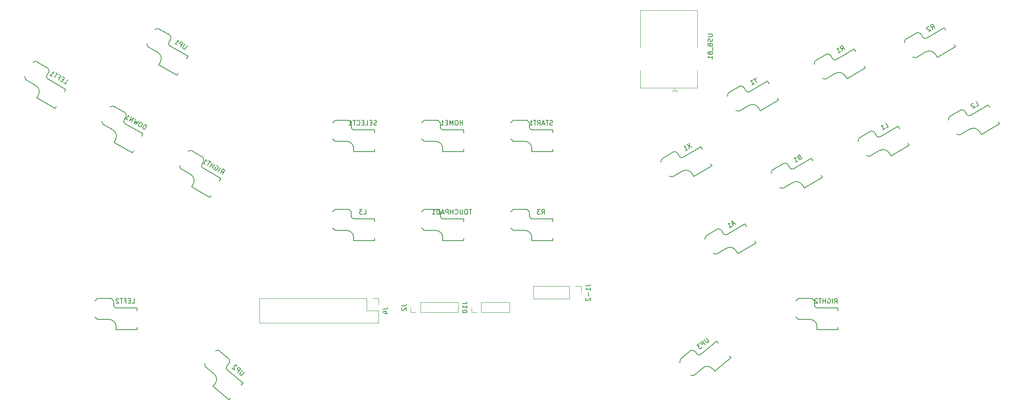
<source format=gbr>
%TF.GenerationSoftware,KiCad,Pcbnew,(5.1.10)-1*%
%TF.CreationDate,2021-10-08T21:35:03-04:00*%
%TF.ProjectId,mino_board,6d696e6f-5f62-46f6-9172-642e6b696361,rev?*%
%TF.SameCoordinates,Original*%
%TF.FileFunction,Legend,Bot*%
%TF.FilePolarity,Positive*%
%FSLAX46Y46*%
G04 Gerber Fmt 4.6, Leading zero omitted, Abs format (unit mm)*
G04 Created by KiCad (PCBNEW (5.1.10)-1) date 2021-10-08 21:35:03*
%MOMM*%
%LPD*%
G01*
G04 APERTURE LIST*
%ADD10C,0.150000*%
%ADD11C,0.120000*%
G04 APERTURE END LIST*
D10*
%TO.C,L2*%
X263305064Y-90748244D02*
X263655064Y-91354462D01*
X263655064Y-91354462D02*
X267552178Y-89104462D01*
X259439038Y-86052092D02*
X260122051Y-86235104D01*
X260622051Y-87101130D02*
X260122051Y-86235104D01*
X265202178Y-85034142D02*
X261305064Y-87284142D01*
X258407949Y-91266193D02*
X259090962Y-91449206D01*
X265502178Y-85553758D02*
X265202178Y-85034142D01*
X259090962Y-91449206D02*
X261256025Y-90199206D01*
X256657949Y-88235104D02*
X256840962Y-87552092D01*
X256840962Y-87552092D02*
X259439038Y-86052092D01*
X267552178Y-89104462D02*
X267302178Y-88671449D01*
X261305064Y-87284143D02*
G75*
G02*
X260622051Y-87101130I-250000J433013D01*
G01*
X261256025Y-90199205D02*
G75*
G02*
X263305064Y-90748244I750000J-1299039D01*
G01*
D11*
%TO.C,USB_B1*%
X197620000Y-82060000D02*
X198120000Y-81560000D01*
X198620000Y-82060000D02*
X197620000Y-82060000D01*
X198120000Y-81560000D02*
X198620000Y-82060000D01*
X190760000Y-64740000D02*
X190760000Y-72710000D01*
X202980000Y-64740000D02*
X202980000Y-72710000D01*
X190760000Y-64740000D02*
X202980000Y-64740000D01*
X202980000Y-81360000D02*
X202980000Y-77610000D01*
X190760000Y-81360000D02*
X190760000Y-77610000D01*
X190760000Y-81360000D02*
X202980000Y-81360000D01*
D10*
%TO.C,R2*%
X253907064Y-74247944D02*
X254257064Y-74854162D01*
X254257064Y-74854162D02*
X258154178Y-72604162D01*
X250041038Y-69551792D02*
X250724051Y-69734804D01*
X251224051Y-70600830D02*
X250724051Y-69734804D01*
X255804178Y-68533842D02*
X251907064Y-70783842D01*
X249009949Y-74765893D02*
X249692962Y-74948906D01*
X256104178Y-69053458D02*
X255804178Y-68533842D01*
X249692962Y-74948906D02*
X251858025Y-73698906D01*
X247259949Y-71734804D02*
X247442962Y-71051792D01*
X247442962Y-71051792D02*
X250041038Y-69551792D01*
X258154178Y-72604162D02*
X257904178Y-72171149D01*
X251907064Y-70783843D02*
G75*
G02*
X251224051Y-70600830I-250000J433013D01*
G01*
X251858025Y-73698905D02*
G75*
G02*
X253907064Y-74247944I750000J-1299039D01*
G01*
%TO.C,LEFT1*%
X62066064Y-82910744D02*
X61716064Y-83516962D01*
X61716064Y-83516962D02*
X65613178Y-85766962D01*
X64200038Y-77214592D02*
X64383051Y-77897604D01*
X63883051Y-78763630D02*
X64383051Y-77897604D01*
X67963178Y-81696642D02*
X64066064Y-79446642D01*
X59168949Y-78928693D02*
X59351962Y-79611706D01*
X67663178Y-82216258D02*
X67963178Y-81696642D01*
X59351962Y-79611706D02*
X61517025Y-80861706D01*
X60918949Y-75897604D02*
X61601962Y-75714592D01*
X61601962Y-75714592D02*
X64200038Y-77214592D01*
X65613178Y-85766962D02*
X65863178Y-85333949D01*
X64066064Y-79446643D02*
G75*
G02*
X63883051Y-78763630I250000J433013D01*
G01*
X61517025Y-80861705D02*
G75*
G02*
X62066064Y-82910744I-750000J-1299039D01*
G01*
%TO.C,DOWN1*%
X78576064Y-92440644D02*
X78226064Y-93046862D01*
X78226064Y-93046862D02*
X82123178Y-95296862D01*
X80710038Y-86744492D02*
X80893051Y-87427504D01*
X80393051Y-88293530D02*
X80893051Y-87427504D01*
X84473178Y-91226542D02*
X80576064Y-88976542D01*
X75678949Y-88458593D02*
X75861962Y-89141606D01*
X84173178Y-91746158D02*
X84473178Y-91226542D01*
X75861962Y-89141606D02*
X78027025Y-90391606D01*
X77428949Y-85427504D02*
X78111962Y-85244492D01*
X78111962Y-85244492D02*
X80710038Y-86744492D01*
X82123178Y-95296862D02*
X82373178Y-94863849D01*
X80576064Y-88976543D02*
G75*
G02*
X80393051Y-88293530I250000J433013D01*
G01*
X78027025Y-90391605D02*
G75*
G02*
X78576064Y-92440644I-750000J-1299039D01*
G01*
%TO.C,RIGHT1*%
X95203264Y-101965744D02*
X94853264Y-102571962D01*
X94853264Y-102571962D02*
X98750378Y-104821962D01*
X97337238Y-96269592D02*
X97520251Y-96952604D01*
X97020251Y-97818630D02*
X97520251Y-96952604D01*
X101100378Y-100751642D02*
X97203264Y-98501642D01*
X92306149Y-97983693D02*
X92489162Y-98666706D01*
X100800378Y-101271258D02*
X101100378Y-100751642D01*
X92489162Y-98666706D02*
X94654225Y-99916706D01*
X94056149Y-94952604D02*
X94739162Y-94769592D01*
X94739162Y-94769592D02*
X97337238Y-96269592D01*
X98750378Y-104821962D02*
X99000378Y-104388949D01*
X97203264Y-98501643D02*
G75*
G02*
X97020251Y-97818630I250000J433013D01*
G01*
X94654225Y-99916705D02*
G75*
G02*
X95203264Y-101965744I-750000J-1299039D01*
G01*
%TO.C,UP1*%
X91711078Y-78698962D02*
X91961078Y-78265949D01*
X87699862Y-68646592D02*
X90297938Y-70146592D01*
X87016849Y-68829604D02*
X87699862Y-68646592D01*
X85449862Y-72543706D02*
X87614925Y-73793706D01*
X93761078Y-75148258D02*
X94061078Y-74628642D01*
X85266849Y-71860693D02*
X85449862Y-72543706D01*
X94061078Y-74628642D02*
X90163964Y-72378642D01*
X89980951Y-71695630D02*
X90480951Y-70829604D01*
X90297938Y-70146592D02*
X90480951Y-70829604D01*
X87813964Y-76448962D02*
X91711078Y-78698962D01*
X88163964Y-75842744D02*
X87813964Y-76448962D01*
X87614925Y-73793705D02*
G75*
G02*
X88163964Y-75842744I-750000J-1299039D01*
G01*
X90163964Y-72378643D02*
G75*
G02*
X89980951Y-71695630I250000J433013D01*
G01*
%TO.C,UP3*%
X210138130Y-139131420D02*
X209816736Y-138748398D01*
X199320075Y-139462617D02*
X201618208Y-137534254D01*
X199258447Y-140167033D02*
X199320075Y-139462617D01*
X202212619Y-142909817D02*
X204127730Y-141302848D01*
X207502700Y-135990638D02*
X207117028Y-135531011D01*
X201508203Y-142848189D02*
X202212619Y-142909817D01*
X207117028Y-135531011D02*
X203669828Y-138423555D01*
X202965412Y-138361927D02*
X202322624Y-137595883D01*
X201618208Y-137534254D02*
X202322624Y-137595883D01*
X206690930Y-142023964D02*
X210138130Y-139131420D01*
X206240978Y-141487733D02*
X206690930Y-142023964D01*
X204127730Y-141302849D02*
G75*
G02*
X206240978Y-141487733I964182J-1149066D01*
G01*
X203669828Y-138423555D02*
G75*
G02*
X202965412Y-138361927I-321394J383022D01*
G01*
%TO.C,HOME1*%
X148550000Y-94320000D02*
X148550000Y-95020000D01*
X148550000Y-95020000D02*
X153050000Y-95020000D01*
X147550000Y-88320000D02*
X148050000Y-88820000D01*
X148050000Y-89820000D02*
X148050000Y-88820000D01*
X153050000Y-90320000D02*
X148550000Y-90320000D01*
X144050000Y-92320000D02*
X144550000Y-92820000D01*
X153050000Y-90920000D02*
X153050000Y-90320000D01*
X144550000Y-92820000D02*
X147050000Y-92820000D01*
X144050000Y-88820000D02*
X144550000Y-88320000D01*
X144550000Y-88320000D02*
X147550000Y-88320000D01*
X153050000Y-95020000D02*
X153050000Y-94520000D01*
X148550000Y-90320000D02*
G75*
G02*
X148050000Y-89820000I0J500000D01*
G01*
X147050000Y-92820000D02*
G75*
G02*
X148550000Y-94320000I0J-1500000D01*
G01*
%TO.C,R3*%
X167600000Y-113370000D02*
X167600000Y-114070000D01*
X167600000Y-114070000D02*
X172100000Y-114070000D01*
X166600000Y-107370000D02*
X167100000Y-107870000D01*
X167100000Y-108870000D02*
X167100000Y-107870000D01*
X172100000Y-109370000D02*
X167600000Y-109370000D01*
X163100000Y-111370000D02*
X163600000Y-111870000D01*
X172100000Y-109970000D02*
X172100000Y-109370000D01*
X163600000Y-111870000D02*
X166100000Y-111870000D01*
X163100000Y-107870000D02*
X163600000Y-107370000D01*
X163600000Y-107370000D02*
X166600000Y-107370000D01*
X172100000Y-114070000D02*
X172100000Y-113570000D01*
X167600000Y-109370000D02*
G75*
G02*
X167100000Y-108870000I0J500000D01*
G01*
X166100000Y-111870000D02*
G75*
G02*
X167600000Y-113370000I0J-1500000D01*
G01*
%TO.C,L3*%
X129500000Y-113370000D02*
X129500000Y-114070000D01*
X129500000Y-114070000D02*
X134000000Y-114070000D01*
X128500000Y-107370000D02*
X129000000Y-107870000D01*
X129000000Y-108870000D02*
X129000000Y-107870000D01*
X134000000Y-109370000D02*
X129500000Y-109370000D01*
X125000000Y-111370000D02*
X125500000Y-111870000D01*
X134000000Y-109970000D02*
X134000000Y-109370000D01*
X125500000Y-111870000D02*
X128000000Y-111870000D01*
X125000000Y-107870000D02*
X125500000Y-107370000D01*
X125500000Y-107370000D02*
X128500000Y-107370000D01*
X134000000Y-114070000D02*
X134000000Y-113570000D01*
X129500000Y-109370000D02*
G75*
G02*
X129000000Y-108870000I0J500000D01*
G01*
X128000000Y-111870000D02*
G75*
G02*
X129500000Y-113370000I0J-1500000D01*
G01*
%TO.C,START1*%
X172100000Y-95020000D02*
X172100000Y-94520000D01*
X163600000Y-88320000D02*
X166600000Y-88320000D01*
X163100000Y-88820000D02*
X163600000Y-88320000D01*
X163600000Y-92820000D02*
X166100000Y-92820000D01*
X172100000Y-90920000D02*
X172100000Y-90320000D01*
X163100000Y-92320000D02*
X163600000Y-92820000D01*
X172100000Y-90320000D02*
X167600000Y-90320000D01*
X167100000Y-89820000D02*
X167100000Y-88820000D01*
X166600000Y-88320000D02*
X167100000Y-88820000D01*
X167600000Y-95020000D02*
X172100000Y-95020000D01*
X167600000Y-94320000D02*
X167600000Y-95020000D01*
X166100000Y-92820000D02*
G75*
G02*
X167600000Y-94320000I0J-1500000D01*
G01*
X167600000Y-90320000D02*
G75*
G02*
X167100000Y-89820000I0J500000D01*
G01*
%TO.C,RIGHT2*%
X228560000Y-132420000D02*
X228560000Y-133120000D01*
X228560000Y-133120000D02*
X233060000Y-133120000D01*
X227560000Y-126420000D02*
X228060000Y-126920000D01*
X228060000Y-127920000D02*
X228060000Y-126920000D01*
X233060000Y-128420000D02*
X228560000Y-128420000D01*
X224060000Y-130420000D02*
X224560000Y-130920000D01*
X233060000Y-129020000D02*
X233060000Y-128420000D01*
X224560000Y-130920000D02*
X227060000Y-130920000D01*
X224060000Y-126920000D02*
X224560000Y-126420000D01*
X224560000Y-126420000D02*
X227560000Y-126420000D01*
X233060000Y-133120000D02*
X233060000Y-132620000D01*
X228560000Y-128420000D02*
G75*
G02*
X228060000Y-127920000I0J500000D01*
G01*
X227060000Y-130920000D02*
G75*
G02*
X228560000Y-132420000I0J-1500000D01*
G01*
%TO.C,SELECT1*%
X134000000Y-95020000D02*
X134000000Y-94520000D01*
X125500000Y-88320000D02*
X128500000Y-88320000D01*
X125000000Y-88820000D02*
X125500000Y-88320000D01*
X125500000Y-92820000D02*
X128000000Y-92820000D01*
X134000000Y-90920000D02*
X134000000Y-90320000D01*
X125000000Y-92320000D02*
X125500000Y-92820000D01*
X134000000Y-90320000D02*
X129500000Y-90320000D01*
X129000000Y-89820000D02*
X129000000Y-88820000D01*
X128500000Y-88320000D02*
X129000000Y-88820000D01*
X129500000Y-95020000D02*
X134000000Y-95020000D01*
X129500000Y-94320000D02*
X129500000Y-95020000D01*
X128000000Y-92820000D02*
G75*
G02*
X129500000Y-94320000I0J-1500000D01*
G01*
X129500000Y-90320000D02*
G75*
G02*
X129000000Y-89820000I0J500000D01*
G01*
%TO.C,LEFT2*%
X83200000Y-133120000D02*
X83200000Y-132620000D01*
X74700000Y-126420000D02*
X77700000Y-126420000D01*
X74200000Y-126920000D02*
X74700000Y-126420000D01*
X74700000Y-130920000D02*
X77200000Y-130920000D01*
X83200000Y-129020000D02*
X83200000Y-128420000D01*
X74200000Y-130420000D02*
X74700000Y-130920000D01*
X83200000Y-128420000D02*
X78700000Y-128420000D01*
X78200000Y-127920000D02*
X78200000Y-126920000D01*
X77700000Y-126420000D02*
X78200000Y-126920000D01*
X78700000Y-133120000D02*
X83200000Y-133120000D01*
X78700000Y-132420000D02*
X78700000Y-133120000D01*
X77200000Y-130920000D02*
G75*
G02*
X78700000Y-132420000I0J-1500000D01*
G01*
X78700000Y-128420000D02*
G75*
G02*
X78200000Y-127920000I0J500000D01*
G01*
%TO.C,UP2*%
X99849244Y-144701671D02*
X99399293Y-145237902D01*
X99399293Y-145237902D02*
X102846493Y-148130447D01*
X102939925Y-139462617D02*
X103001553Y-140167033D01*
X102358766Y-140933077D02*
X103001553Y-140167033D01*
X105867594Y-144530038D02*
X102420394Y-141637493D01*
X97687619Y-140277038D02*
X97749247Y-140981454D01*
X105481922Y-144989664D02*
X105867594Y-144530038D01*
X97749247Y-140981454D02*
X99664359Y-142588423D01*
X99937376Y-137595883D02*
X100641792Y-137534254D01*
X100641792Y-137534254D02*
X102939925Y-139462617D01*
X102846493Y-148130447D02*
X103167886Y-147747424D01*
X102420394Y-141637493D02*
G75*
G02*
X102358766Y-140933077I321394J383022D01*
G01*
X99664358Y-142588423D02*
G75*
G02*
X99849244Y-144701671I-964181J-1149067D01*
G01*
%TO.C,L1*%
X244011064Y-95320244D02*
X244361064Y-95926462D01*
X244361064Y-95926462D02*
X248258178Y-93676462D01*
X240145038Y-90624092D02*
X240828051Y-90807104D01*
X241328051Y-91673130D02*
X240828051Y-90807104D01*
X245908178Y-89606142D02*
X242011064Y-91856142D01*
X239113949Y-95838193D02*
X239796962Y-96021206D01*
X246208178Y-90125758D02*
X245908178Y-89606142D01*
X239796962Y-96021206D02*
X241962025Y-94771206D01*
X237363949Y-92807104D02*
X237546962Y-92124092D01*
X237546962Y-92124092D02*
X240145038Y-90624092D01*
X248258178Y-93676462D02*
X248008178Y-93243449D01*
X242011064Y-91856143D02*
G75*
G02*
X241328051Y-91673130I-250000J433013D01*
G01*
X241962025Y-94771205D02*
G75*
G02*
X244011064Y-95320244I750000J-1299039D01*
G01*
%TO.C,Y1*%
X216081064Y-85677944D02*
X216431064Y-86284162D01*
X216431064Y-86284162D02*
X220328178Y-84034162D01*
X212215038Y-80981792D02*
X212898051Y-81164804D01*
X213398051Y-82030830D02*
X212898051Y-81164804D01*
X217978178Y-79963842D02*
X214081064Y-82213842D01*
X211183949Y-86195893D02*
X211866962Y-86378906D01*
X218278178Y-80483458D02*
X217978178Y-79963842D01*
X211866962Y-86378906D02*
X214032025Y-85128906D01*
X209433949Y-83164804D02*
X209616962Y-82481792D01*
X209616962Y-82481792D02*
X212215038Y-80981792D01*
X220328178Y-84034162D02*
X220078178Y-83601149D01*
X214081064Y-82213843D02*
G75*
G02*
X213398051Y-82030830I-250000J433013D01*
G01*
X214032025Y-85128905D02*
G75*
G02*
X216081064Y-85677944I750000J-1299039D01*
G01*
%TO.C,A1*%
X211265064Y-116229744D02*
X211615064Y-116835962D01*
X211615064Y-116835962D02*
X215512178Y-114585962D01*
X207399038Y-111533592D02*
X208082051Y-111716604D01*
X208582051Y-112582630D02*
X208082051Y-111716604D01*
X213162178Y-110515642D02*
X209265064Y-112765642D01*
X206367949Y-116747693D02*
X207050962Y-116930706D01*
X213462178Y-111035258D02*
X213162178Y-110515642D01*
X207050962Y-116930706D02*
X209216025Y-115680706D01*
X204617949Y-113716604D02*
X204800962Y-113033592D01*
X204800962Y-113033592D02*
X207399038Y-111533592D01*
X215512178Y-114585962D02*
X215262178Y-114152949D01*
X209265064Y-112765643D02*
G75*
G02*
X208582051Y-112582630I-250000J433013D01*
G01*
X209216025Y-115680705D02*
G75*
G02*
X211265064Y-116229744I750000J-1299039D01*
G01*
%TO.C,R1*%
X234613064Y-78819944D02*
X234963064Y-79426162D01*
X234963064Y-79426162D02*
X238860178Y-77176162D01*
X230747038Y-74123792D02*
X231430051Y-74306804D01*
X231930051Y-75172830D02*
X231430051Y-74306804D01*
X236510178Y-73105842D02*
X232613064Y-75355842D01*
X229715949Y-79337893D02*
X230398962Y-79520906D01*
X236810178Y-73625458D02*
X236510178Y-73105842D01*
X230398962Y-79520906D02*
X232564025Y-78270906D01*
X227965949Y-76306804D02*
X228148962Y-75623792D01*
X228148962Y-75623792D02*
X230747038Y-74123792D01*
X238860178Y-77176162D02*
X238610178Y-76743149D01*
X232613064Y-75355843D02*
G75*
G02*
X231930051Y-75172830I-250000J433013D01*
G01*
X232564025Y-78270905D02*
G75*
G02*
X234613064Y-78819944I750000J-1299039D01*
G01*
%TO.C,X1*%
X201867064Y-99729744D02*
X202217064Y-100335962D01*
X202217064Y-100335962D02*
X206114178Y-98085962D01*
X198001038Y-95033592D02*
X198684051Y-95216604D01*
X199184051Y-96082630D02*
X198684051Y-95216604D01*
X203764178Y-94015642D02*
X199867064Y-96265642D01*
X196969949Y-100247693D02*
X197652962Y-100430706D01*
X204064178Y-94535258D02*
X203764178Y-94015642D01*
X197652962Y-100430706D02*
X199818025Y-99180706D01*
X195219949Y-97216604D02*
X195402962Y-96533592D01*
X195402962Y-96533592D02*
X198001038Y-95033592D01*
X206114178Y-98085962D02*
X205864178Y-97652949D01*
X199867064Y-96265643D02*
G75*
G02*
X199184051Y-96082630I-250000J433013D01*
G01*
X199818025Y-99180705D02*
G75*
G02*
X201867064Y-99729744I750000J-1299039D01*
G01*
%TO.C,B1*%
X225479064Y-102178744D02*
X225829064Y-102784962D01*
X225829064Y-102784962D02*
X229726178Y-100534962D01*
X221613038Y-97482592D02*
X222296051Y-97665604D01*
X222796051Y-98531630D02*
X222296051Y-97665604D01*
X227376178Y-96464642D02*
X223479064Y-98714642D01*
X220581949Y-102696693D02*
X221264962Y-102879706D01*
X227676178Y-96984258D02*
X227376178Y-96464642D01*
X221264962Y-102879706D02*
X223430025Y-101629706D01*
X218831949Y-99665604D02*
X219014962Y-98982592D01*
X219014962Y-98982592D02*
X221613038Y-97482592D01*
X229726178Y-100534962D02*
X229476178Y-100101949D01*
X223479064Y-98714643D02*
G75*
G02*
X222796051Y-98531630I-250000J433013D01*
G01*
X223430025Y-101629705D02*
G75*
G02*
X225479064Y-102178744I750000J-1299039D01*
G01*
%TO.C,TOUCHPAD1*%
X153050000Y-114070000D02*
X153050000Y-113570000D01*
X144550000Y-107370000D02*
X147550000Y-107370000D01*
X144050000Y-107870000D02*
X144550000Y-107370000D01*
X144550000Y-111870000D02*
X147050000Y-111870000D01*
X153050000Y-109970000D02*
X153050000Y-109370000D01*
X144050000Y-111370000D02*
X144550000Y-111870000D01*
X153050000Y-109370000D02*
X148550000Y-109370000D01*
X148050000Y-108870000D02*
X148050000Y-107870000D01*
X147550000Y-107370000D02*
X148050000Y-107870000D01*
X148550000Y-114070000D02*
X153050000Y-114070000D01*
X148550000Y-113370000D02*
X148550000Y-114070000D01*
X147050000Y-111870000D02*
G75*
G02*
X148550000Y-113370000I0J-1500000D01*
G01*
X148550000Y-109370000D02*
G75*
G02*
X148050000Y-108870000I0J500000D01*
G01*
D11*
%TO.C,J4*%
X134855000Y-127770000D02*
X134855000Y-126440000D01*
X134855000Y-126440000D02*
X133525000Y-126440000D01*
X134855000Y-129040000D02*
X132255000Y-129040000D01*
X132255000Y-129040000D02*
X132255000Y-126440000D01*
X132255000Y-126440000D02*
X109335000Y-126440000D01*
X109335000Y-131640000D02*
X109335000Y-126440000D01*
X134855000Y-131640000D02*
X109335000Y-131640000D01*
X134855000Y-131640000D02*
X134855000Y-129040000D01*
%TO.C,J1-2*%
X178210000Y-125160000D02*
X178210000Y-123830000D01*
X178210000Y-123830000D02*
X176880000Y-123830000D01*
X175610000Y-123830000D02*
X167930000Y-123830000D01*
X167930000Y-126490000D02*
X167930000Y-123830000D01*
X175610000Y-126490000D02*
X167930000Y-126490000D01*
X175610000Y-126490000D02*
X175610000Y-123830000D01*
%TO.C,J2*%
X141720000Y-128350000D02*
X141720000Y-129410000D01*
X141720000Y-129410000D02*
X142780000Y-129410000D01*
X143780000Y-129410000D02*
X151840000Y-129410000D01*
X151840000Y-127290000D02*
X151840000Y-129410000D01*
X143780000Y-127290000D02*
X151840000Y-127290000D01*
X143780000Y-127290000D02*
X143780000Y-129410000D01*
%TO.C,J10*%
X154720000Y-128350000D02*
X154720000Y-129410000D01*
X154720000Y-129410000D02*
X155780000Y-129410000D01*
X156780000Y-129410000D02*
X162840000Y-129410000D01*
X162840000Y-127290000D02*
X162840000Y-129410000D01*
X156780000Y-127290000D02*
X162840000Y-127290000D01*
X156780000Y-127290000D02*
X156780000Y-129410000D01*
%TO.C,L2*%
D10*
X262650011Y-85390326D02*
X263062404Y-85152230D01*
X262562404Y-84286205D01*
X261950194Y-84749636D02*
X261885145Y-84732206D01*
X261778857Y-84738586D01*
X261572660Y-84857633D01*
X261513991Y-84946492D01*
X261496561Y-85011541D01*
X261502941Y-85117829D01*
X261550560Y-85200307D01*
X261663228Y-85300216D01*
X262443814Y-85509373D01*
X261907703Y-85818897D01*
%TO.C,USB_B1*%
X205222380Y-69890952D02*
X206031904Y-69890952D01*
X206127142Y-69938571D01*
X206174761Y-69986190D01*
X206222380Y-70081428D01*
X206222380Y-70271904D01*
X206174761Y-70367142D01*
X206127142Y-70414761D01*
X206031904Y-70462380D01*
X205222380Y-70462380D01*
X206174761Y-70890952D02*
X206222380Y-71033809D01*
X206222380Y-71271904D01*
X206174761Y-71367142D01*
X206127142Y-71414761D01*
X206031904Y-71462380D01*
X205936666Y-71462380D01*
X205841428Y-71414761D01*
X205793809Y-71367142D01*
X205746190Y-71271904D01*
X205698571Y-71081428D01*
X205650952Y-70986190D01*
X205603333Y-70938571D01*
X205508095Y-70890952D01*
X205412857Y-70890952D01*
X205317619Y-70938571D01*
X205270000Y-70986190D01*
X205222380Y-71081428D01*
X205222380Y-71319523D01*
X205270000Y-71462380D01*
X205698571Y-72224285D02*
X205746190Y-72367142D01*
X205793809Y-72414761D01*
X205889047Y-72462380D01*
X206031904Y-72462380D01*
X206127142Y-72414761D01*
X206174761Y-72367142D01*
X206222380Y-72271904D01*
X206222380Y-71890952D01*
X205222380Y-71890952D01*
X205222380Y-72224285D01*
X205270000Y-72319523D01*
X205317619Y-72367142D01*
X205412857Y-72414761D01*
X205508095Y-72414761D01*
X205603333Y-72367142D01*
X205650952Y-72319523D01*
X205698571Y-72224285D01*
X205698571Y-71890952D01*
X206317619Y-72652857D02*
X206317619Y-73414761D01*
X205698571Y-73986190D02*
X205746190Y-74129047D01*
X205793809Y-74176666D01*
X205889047Y-74224285D01*
X206031904Y-74224285D01*
X206127142Y-74176666D01*
X206174761Y-74129047D01*
X206222380Y-74033809D01*
X206222380Y-73652857D01*
X205222380Y-73652857D01*
X205222380Y-73986190D01*
X205270000Y-74081428D01*
X205317619Y-74129047D01*
X205412857Y-74176666D01*
X205508095Y-74176666D01*
X205603333Y-74129047D01*
X205650952Y-74081428D01*
X205698571Y-73986190D01*
X205698571Y-73652857D01*
X206222380Y-75176666D02*
X206222380Y-74605238D01*
X206222380Y-74890952D02*
X205222380Y-74890952D01*
X205365238Y-74795714D01*
X205460476Y-74700476D01*
X205508095Y-74605238D01*
%TO.C,R2*%
X253252011Y-68890026D02*
X253302590Y-68310966D01*
X253746882Y-68604311D02*
X253246882Y-67738286D01*
X252916968Y-67928762D01*
X252858299Y-68017620D01*
X252840869Y-68082669D01*
X252847249Y-68188957D01*
X252918677Y-68312675D01*
X253007536Y-68371344D01*
X253072584Y-68388774D01*
X253178873Y-68382394D01*
X253508787Y-68191918D01*
X252469715Y-68296955D02*
X252404666Y-68279525D01*
X252298378Y-68285905D01*
X252092182Y-68404953D01*
X252033513Y-68493811D01*
X252016083Y-68558860D01*
X252022463Y-68665148D01*
X252070082Y-68747626D01*
X252182749Y-68847535D01*
X252963335Y-69056692D01*
X252427224Y-69366216D01*
%TO.C,LEFT1*%
X67471471Y-80295445D02*
X67883864Y-80533540D01*
X68383864Y-79667514D01*
X67444701Y-79675146D02*
X67156026Y-79508479D01*
X66770403Y-79890683D02*
X67182796Y-80128778D01*
X67682796Y-79262753D01*
X67270403Y-79024657D01*
X66372479Y-79056098D02*
X66661154Y-79222765D01*
X66399249Y-79676397D02*
X66899249Y-78810372D01*
X66486856Y-78572276D01*
X66280660Y-78453229D02*
X65785788Y-78167514D01*
X65533224Y-79176397D02*
X66033224Y-78310372D01*
X64543481Y-78604968D02*
X65038352Y-78890683D01*
X64790916Y-78747826D02*
X65290916Y-77881800D01*
X65301966Y-78053137D01*
X65336826Y-78183235D01*
X65395495Y-78272093D01*
%TO.C,DOWN1*%
X84785638Y-90289630D02*
X85285638Y-89423605D01*
X85079441Y-89304557D01*
X84931914Y-89274368D01*
X84801816Y-89309228D01*
X84712958Y-89367897D01*
X84576480Y-89509044D01*
X84505052Y-89632762D01*
X84451053Y-89821529D01*
X84444673Y-89927817D01*
X84479533Y-90057915D01*
X84579441Y-90170583D01*
X84785638Y-90289630D01*
X84254655Y-88828367D02*
X84089698Y-88733129D01*
X83983410Y-88726749D01*
X83853312Y-88761609D01*
X83716835Y-88902756D01*
X83550168Y-89191431D01*
X83496169Y-89380198D01*
X83531029Y-89510296D01*
X83589698Y-89599154D01*
X83754655Y-89694392D01*
X83860943Y-89700772D01*
X83991041Y-89665912D01*
X84127518Y-89524765D01*
X84294185Y-89236090D01*
X84348184Y-89047323D01*
X84313324Y-88917225D01*
X84254655Y-88828367D01*
X83594826Y-88447414D02*
X82888630Y-89194392D01*
X83080815Y-88480565D01*
X82558715Y-89003916D01*
X82852519Y-88018843D01*
X82022604Y-88694392D02*
X82522604Y-87828367D01*
X81527733Y-88408678D01*
X82027733Y-87542653D01*
X80661707Y-87908678D02*
X81156579Y-88194392D01*
X80909143Y-88051535D02*
X81409143Y-87185510D01*
X81420193Y-87356847D01*
X81455053Y-87486944D01*
X81513722Y-87575803D01*
%TO.C,RIGHT1*%
X100938586Y-99540921D02*
X101465356Y-99295194D01*
X101433457Y-99826635D02*
X101933457Y-98960610D01*
X101603543Y-98770133D01*
X101497255Y-98763754D01*
X101432206Y-98781184D01*
X101343348Y-98839853D01*
X101271919Y-98963571D01*
X101265539Y-99069859D01*
X101282969Y-99134907D01*
X101341638Y-99223766D01*
X101671553Y-99414242D01*
X100567432Y-99326635D02*
X101067432Y-98460610D01*
X100177597Y-98001849D02*
X100283885Y-98008229D01*
X100407603Y-98079657D01*
X100507511Y-98192325D01*
X100542371Y-98322423D01*
X100535991Y-98428711D01*
X100481992Y-98617478D01*
X100410564Y-98741196D01*
X100274086Y-98882343D01*
X100185228Y-98941012D01*
X100055130Y-98975872D01*
X99907603Y-98945683D01*
X99825124Y-98898064D01*
X99725216Y-98785396D01*
X99707786Y-98720347D01*
X99874453Y-98431672D01*
X100039410Y-98526910D01*
X99289013Y-98588540D02*
X99789013Y-97722514D01*
X99550918Y-98134907D02*
X99056047Y-97849193D01*
X98794142Y-98302826D02*
X99294142Y-97436800D01*
X99005467Y-97270133D02*
X98510595Y-96984419D01*
X98258031Y-97993302D02*
X98758031Y-97127276D01*
X97268287Y-97421873D02*
X97763159Y-97707587D01*
X97515723Y-97564730D02*
X98015723Y-96698705D01*
X98026773Y-96870042D01*
X98061633Y-97000140D01*
X98120302Y-97088998D01*
%TO.C,UP1*%
X93925034Y-72278086D02*
X93520272Y-72979154D01*
X93431413Y-73037823D01*
X93366365Y-73055253D01*
X93260076Y-73048873D01*
X93095119Y-72953635D01*
X93036450Y-72864777D01*
X93019020Y-72799728D01*
X93025400Y-72693440D01*
X93430162Y-71992372D01*
X92517769Y-72620302D02*
X93017769Y-71754276D01*
X92687854Y-71563800D01*
X92581566Y-71557420D01*
X92516517Y-71574850D01*
X92427659Y-71633519D01*
X92356231Y-71757237D01*
X92349851Y-71863525D01*
X92367281Y-71928574D01*
X92425950Y-72017433D01*
X92755864Y-72207909D01*
X91198111Y-71858397D02*
X91692983Y-72144111D01*
X91445547Y-72001254D02*
X91945547Y-71135229D01*
X91956597Y-71306566D01*
X91991457Y-71436663D01*
X92050126Y-71525522D01*
%TO.C,UP3*%
X204861698Y-134854912D02*
X205382050Y-135475043D01*
X205406789Y-135578609D01*
X205400920Y-135645696D01*
X205358572Y-135743392D01*
X205212659Y-135865828D01*
X205109093Y-135890568D01*
X205042006Y-135884698D01*
X204944310Y-135842351D01*
X204423958Y-135222219D01*
X204701963Y-136294353D02*
X204059175Y-135528309D01*
X203767349Y-135773180D01*
X203725001Y-135870876D01*
X203719132Y-135937964D01*
X203743871Y-136041529D01*
X203835698Y-136150964D01*
X203933394Y-136193312D01*
X204000481Y-136199181D01*
X204104047Y-136174442D01*
X204395873Y-135929570D01*
X203366087Y-136109879D02*
X202891869Y-136507795D01*
X203392089Y-136585359D01*
X203282654Y-136677185D01*
X203240306Y-136774882D01*
X203234437Y-136841969D01*
X203259177Y-136945534D01*
X203412221Y-137127926D01*
X203509917Y-137170274D01*
X203577005Y-137176143D01*
X203680570Y-137151403D01*
X203899440Y-136967750D01*
X203941788Y-136870054D01*
X203947657Y-136802966D01*
%TO.C,HOME1*%
X152804523Y-89352380D02*
X152804523Y-88352380D01*
X152804523Y-88828571D02*
X152233095Y-88828571D01*
X152233095Y-89352380D02*
X152233095Y-88352380D01*
X151566428Y-88352380D02*
X151375952Y-88352380D01*
X151280714Y-88400000D01*
X151185476Y-88495238D01*
X151137857Y-88685714D01*
X151137857Y-89019047D01*
X151185476Y-89209523D01*
X151280714Y-89304761D01*
X151375952Y-89352380D01*
X151566428Y-89352380D01*
X151661666Y-89304761D01*
X151756904Y-89209523D01*
X151804523Y-89019047D01*
X151804523Y-88685714D01*
X151756904Y-88495238D01*
X151661666Y-88400000D01*
X151566428Y-88352380D01*
X150709285Y-89352380D02*
X150709285Y-88352380D01*
X150375952Y-89066666D01*
X150042619Y-88352380D01*
X150042619Y-89352380D01*
X149566428Y-88828571D02*
X149233095Y-88828571D01*
X149090238Y-89352380D02*
X149566428Y-89352380D01*
X149566428Y-88352380D01*
X149090238Y-88352380D01*
X148137857Y-89352380D02*
X148709285Y-89352380D01*
X148423571Y-89352380D02*
X148423571Y-88352380D01*
X148518809Y-88495238D01*
X148614047Y-88590476D01*
X148709285Y-88638095D01*
%TO.C,R3*%
X169711666Y-108402380D02*
X170045000Y-107926190D01*
X170283095Y-108402380D02*
X170283095Y-107402380D01*
X169902142Y-107402380D01*
X169806904Y-107450000D01*
X169759285Y-107497619D01*
X169711666Y-107592857D01*
X169711666Y-107735714D01*
X169759285Y-107830952D01*
X169806904Y-107878571D01*
X169902142Y-107926190D01*
X170283095Y-107926190D01*
X169378333Y-107402380D02*
X168759285Y-107402380D01*
X169092619Y-107783333D01*
X168949761Y-107783333D01*
X168854523Y-107830952D01*
X168806904Y-107878571D01*
X168759285Y-107973809D01*
X168759285Y-108211904D01*
X168806904Y-108307142D01*
X168854523Y-108354761D01*
X168949761Y-108402380D01*
X169235476Y-108402380D01*
X169330714Y-108354761D01*
X169378333Y-108307142D01*
%TO.C,L3*%
X131611666Y-108402380D02*
X132087857Y-108402380D01*
X132087857Y-107402380D01*
X131373571Y-107402380D02*
X130754523Y-107402380D01*
X131087857Y-107783333D01*
X130945000Y-107783333D01*
X130849761Y-107830952D01*
X130802142Y-107878571D01*
X130754523Y-107973809D01*
X130754523Y-108211904D01*
X130802142Y-108307142D01*
X130849761Y-108354761D01*
X130945000Y-108402380D01*
X131230714Y-108402380D01*
X131325952Y-108354761D01*
X131373571Y-108307142D01*
%TO.C,START1*%
X171997380Y-89304761D02*
X171854523Y-89352380D01*
X171616428Y-89352380D01*
X171521190Y-89304761D01*
X171473571Y-89257142D01*
X171425952Y-89161904D01*
X171425952Y-89066666D01*
X171473571Y-88971428D01*
X171521190Y-88923809D01*
X171616428Y-88876190D01*
X171806904Y-88828571D01*
X171902142Y-88780952D01*
X171949761Y-88733333D01*
X171997380Y-88638095D01*
X171997380Y-88542857D01*
X171949761Y-88447619D01*
X171902142Y-88400000D01*
X171806904Y-88352380D01*
X171568809Y-88352380D01*
X171425952Y-88400000D01*
X171140238Y-88352380D02*
X170568809Y-88352380D01*
X170854523Y-89352380D02*
X170854523Y-88352380D01*
X170283095Y-89066666D02*
X169806904Y-89066666D01*
X170378333Y-89352380D02*
X170045000Y-88352380D01*
X169711666Y-89352380D01*
X168806904Y-89352380D02*
X169140238Y-88876190D01*
X169378333Y-89352380D02*
X169378333Y-88352380D01*
X168997380Y-88352380D01*
X168902142Y-88400000D01*
X168854523Y-88447619D01*
X168806904Y-88542857D01*
X168806904Y-88685714D01*
X168854523Y-88780952D01*
X168902142Y-88828571D01*
X168997380Y-88876190D01*
X169378333Y-88876190D01*
X168521190Y-88352380D02*
X167949761Y-88352380D01*
X168235476Y-89352380D02*
X168235476Y-88352380D01*
X167092619Y-89352380D02*
X167664047Y-89352380D01*
X167378333Y-89352380D02*
X167378333Y-88352380D01*
X167473571Y-88495238D01*
X167568809Y-88590476D01*
X167664047Y-88638095D01*
%TO.C,RIGHT2*%
X232314523Y-127452380D02*
X232647857Y-126976190D01*
X232885952Y-127452380D02*
X232885952Y-126452380D01*
X232505000Y-126452380D01*
X232409761Y-126500000D01*
X232362142Y-126547619D01*
X232314523Y-126642857D01*
X232314523Y-126785714D01*
X232362142Y-126880952D01*
X232409761Y-126928571D01*
X232505000Y-126976190D01*
X232885952Y-126976190D01*
X231885952Y-127452380D02*
X231885952Y-126452380D01*
X230885952Y-126500000D02*
X230981190Y-126452380D01*
X231124047Y-126452380D01*
X231266904Y-126500000D01*
X231362142Y-126595238D01*
X231409761Y-126690476D01*
X231457380Y-126880952D01*
X231457380Y-127023809D01*
X231409761Y-127214285D01*
X231362142Y-127309523D01*
X231266904Y-127404761D01*
X231124047Y-127452380D01*
X231028809Y-127452380D01*
X230885952Y-127404761D01*
X230838333Y-127357142D01*
X230838333Y-127023809D01*
X231028809Y-127023809D01*
X230409761Y-127452380D02*
X230409761Y-126452380D01*
X230409761Y-126928571D02*
X229838333Y-126928571D01*
X229838333Y-127452380D02*
X229838333Y-126452380D01*
X229505000Y-126452380D02*
X228933571Y-126452380D01*
X229219285Y-127452380D02*
X229219285Y-126452380D01*
X228647857Y-126547619D02*
X228600238Y-126500000D01*
X228505000Y-126452380D01*
X228266904Y-126452380D01*
X228171666Y-126500000D01*
X228124047Y-126547619D01*
X228076428Y-126642857D01*
X228076428Y-126738095D01*
X228124047Y-126880952D01*
X228695476Y-127452380D01*
X228076428Y-127452380D01*
%TO.C,SELECT1*%
X134397380Y-89304761D02*
X134254523Y-89352380D01*
X134016428Y-89352380D01*
X133921190Y-89304761D01*
X133873571Y-89257142D01*
X133825952Y-89161904D01*
X133825952Y-89066666D01*
X133873571Y-88971428D01*
X133921190Y-88923809D01*
X134016428Y-88876190D01*
X134206904Y-88828571D01*
X134302142Y-88780952D01*
X134349761Y-88733333D01*
X134397380Y-88638095D01*
X134397380Y-88542857D01*
X134349761Y-88447619D01*
X134302142Y-88400000D01*
X134206904Y-88352380D01*
X133968809Y-88352380D01*
X133825952Y-88400000D01*
X133397380Y-88828571D02*
X133064047Y-88828571D01*
X132921190Y-89352380D02*
X133397380Y-89352380D01*
X133397380Y-88352380D01*
X132921190Y-88352380D01*
X132016428Y-89352380D02*
X132492619Y-89352380D01*
X132492619Y-88352380D01*
X131683095Y-88828571D02*
X131349761Y-88828571D01*
X131206904Y-89352380D02*
X131683095Y-89352380D01*
X131683095Y-88352380D01*
X131206904Y-88352380D01*
X130206904Y-89257142D02*
X130254523Y-89304761D01*
X130397380Y-89352380D01*
X130492619Y-89352380D01*
X130635476Y-89304761D01*
X130730714Y-89209523D01*
X130778333Y-89114285D01*
X130825952Y-88923809D01*
X130825952Y-88780952D01*
X130778333Y-88590476D01*
X130730714Y-88495238D01*
X130635476Y-88400000D01*
X130492619Y-88352380D01*
X130397380Y-88352380D01*
X130254523Y-88400000D01*
X130206904Y-88447619D01*
X129921190Y-88352380D02*
X129349761Y-88352380D01*
X129635476Y-89352380D02*
X129635476Y-88352380D01*
X128492619Y-89352380D02*
X129064047Y-89352380D01*
X128778333Y-89352380D02*
X128778333Y-88352380D01*
X128873571Y-88495238D01*
X128968809Y-88590476D01*
X129064047Y-88638095D01*
%TO.C,LEFT2*%
X82073571Y-127452380D02*
X82549761Y-127452380D01*
X82549761Y-126452380D01*
X81740238Y-126928571D02*
X81406904Y-126928571D01*
X81264047Y-127452380D02*
X81740238Y-127452380D01*
X81740238Y-126452380D01*
X81264047Y-126452380D01*
X80502142Y-126928571D02*
X80835476Y-126928571D01*
X80835476Y-127452380D02*
X80835476Y-126452380D01*
X80359285Y-126452380D01*
X80121190Y-126452380D02*
X79549761Y-126452380D01*
X79835476Y-127452380D02*
X79835476Y-126452380D01*
X79264047Y-126547619D02*
X79216428Y-126500000D01*
X79121190Y-126452380D01*
X78883095Y-126452380D01*
X78787857Y-126500000D01*
X78740238Y-126547619D01*
X78692619Y-126642857D01*
X78692619Y-126738095D01*
X78740238Y-126880952D01*
X79311666Y-127452380D01*
X78692619Y-127452380D01*
%TO.C,UP2*%
X106141786Y-142191568D02*
X105621434Y-142811699D01*
X105523738Y-142854047D01*
X105456651Y-142859916D01*
X105353086Y-142835176D01*
X105207172Y-142712741D01*
X105164825Y-142615045D01*
X105158955Y-142547957D01*
X105183695Y-142444392D01*
X105704047Y-141824261D01*
X104696476Y-142284216D02*
X105339264Y-141518171D01*
X105047437Y-141273300D01*
X104943872Y-141248560D01*
X104876784Y-141254430D01*
X104779088Y-141296777D01*
X104687261Y-141406212D01*
X104662522Y-141509778D01*
X104668391Y-141576865D01*
X104710739Y-141674561D01*
X105002565Y-141919433D01*
X104548480Y-140978949D02*
X104542610Y-140911862D01*
X104500263Y-140814166D01*
X104317871Y-140661121D01*
X104214305Y-140636381D01*
X104147218Y-140642251D01*
X104049522Y-140684599D01*
X103988304Y-140757555D01*
X103932956Y-140897599D01*
X104003388Y-141702646D01*
X103529170Y-141304730D01*
%TO.C,L1*%
X243356011Y-89962326D02*
X243768404Y-89724230D01*
X243268404Y-88858205D01*
X242613703Y-90390897D02*
X243108575Y-90105183D01*
X242861139Y-90248040D02*
X242361139Y-89382014D01*
X242515046Y-89458113D01*
X242645144Y-89492973D01*
X242751432Y-89486593D01*
%TO.C,Y1*%
X215455971Y-79752871D02*
X215694066Y-80165264D01*
X215482741Y-79132572D02*
X215455971Y-79752871D01*
X214905391Y-79465905D01*
X214663083Y-80760502D02*
X215157955Y-80474787D01*
X214910519Y-80617645D02*
X214410519Y-79751619D01*
X214564426Y-79827718D01*
X214694524Y-79862578D01*
X214800812Y-79856198D01*
%TO.C,A1*%
X210941405Y-110350580D02*
X210529012Y-110588675D01*
X211166741Y-110550397D02*
X210378066Y-109851038D01*
X210589391Y-110883730D01*
X209847083Y-111312302D02*
X210341955Y-111026587D01*
X210094519Y-111169445D02*
X209594519Y-110303419D01*
X209748426Y-110379518D01*
X209878524Y-110414378D01*
X209984812Y-110407998D01*
%TO.C,R1*%
X233958011Y-73462026D02*
X234008590Y-72882966D01*
X234452882Y-73176311D02*
X233952882Y-72310286D01*
X233622968Y-72500762D01*
X233564299Y-72589620D01*
X233546869Y-72654669D01*
X233553249Y-72760957D01*
X233624677Y-72884675D01*
X233713536Y-72943344D01*
X233778584Y-72960774D01*
X233884873Y-72954394D01*
X234214787Y-72763918D01*
X233133224Y-73938216D02*
X233628096Y-73652502D01*
X233380660Y-73795359D02*
X232880660Y-72929333D01*
X233034567Y-73005432D01*
X233164665Y-73040292D01*
X233270953Y-73033912D01*
%TO.C,X1*%
X201268741Y-93184372D02*
X201191391Y-94383730D01*
X200691391Y-93517705D02*
X201768741Y-94050397D01*
X200407844Y-94836111D02*
X200902716Y-94550397D01*
X200655280Y-94693254D02*
X200155280Y-93827229D01*
X200309187Y-93903328D01*
X200439285Y-93938187D01*
X200545573Y-93931807D01*
%TO.C,B1*%
X224768302Y-96248146D02*
X224668394Y-96360813D01*
X224650964Y-96425862D01*
X224657344Y-96532150D01*
X224728772Y-96655868D01*
X224817631Y-96714537D01*
X224882680Y-96731967D01*
X224988968Y-96725587D01*
X225318882Y-96535111D01*
X224818882Y-95669086D01*
X224530207Y-95835753D01*
X224471538Y-95924611D01*
X224454108Y-95989660D01*
X224460488Y-96095948D01*
X224508107Y-96178426D01*
X224596965Y-96237096D01*
X224662014Y-96254525D01*
X224768302Y-96248146D01*
X225056977Y-96081479D01*
X223999224Y-97297016D02*
X224494096Y-97011302D01*
X224246660Y-97154159D02*
X223746660Y-96288133D01*
X223900567Y-96364232D01*
X224030665Y-96399092D01*
X224136953Y-96392712D01*
%TO.C,TOUCHPAD1*%
X154756904Y-107402380D02*
X154185476Y-107402380D01*
X154471190Y-108402380D02*
X154471190Y-107402380D01*
X153661666Y-107402380D02*
X153471190Y-107402380D01*
X153375952Y-107450000D01*
X153280714Y-107545238D01*
X153233095Y-107735714D01*
X153233095Y-108069047D01*
X153280714Y-108259523D01*
X153375952Y-108354761D01*
X153471190Y-108402380D01*
X153661666Y-108402380D01*
X153756904Y-108354761D01*
X153852142Y-108259523D01*
X153899761Y-108069047D01*
X153899761Y-107735714D01*
X153852142Y-107545238D01*
X153756904Y-107450000D01*
X153661666Y-107402380D01*
X152804523Y-107402380D02*
X152804523Y-108211904D01*
X152756904Y-108307142D01*
X152709285Y-108354761D01*
X152614047Y-108402380D01*
X152423571Y-108402380D01*
X152328333Y-108354761D01*
X152280714Y-108307142D01*
X152233095Y-108211904D01*
X152233095Y-107402380D01*
X151185476Y-108307142D02*
X151233095Y-108354761D01*
X151375952Y-108402380D01*
X151471190Y-108402380D01*
X151614047Y-108354761D01*
X151709285Y-108259523D01*
X151756904Y-108164285D01*
X151804523Y-107973809D01*
X151804523Y-107830952D01*
X151756904Y-107640476D01*
X151709285Y-107545238D01*
X151614047Y-107450000D01*
X151471190Y-107402380D01*
X151375952Y-107402380D01*
X151233095Y-107450000D01*
X151185476Y-107497619D01*
X150756904Y-108402380D02*
X150756904Y-107402380D01*
X150756904Y-107878571D02*
X150185476Y-107878571D01*
X150185476Y-108402380D02*
X150185476Y-107402380D01*
X149709285Y-108402380D02*
X149709285Y-107402380D01*
X149328333Y-107402380D01*
X149233095Y-107450000D01*
X149185476Y-107497619D01*
X149137857Y-107592857D01*
X149137857Y-107735714D01*
X149185476Y-107830952D01*
X149233095Y-107878571D01*
X149328333Y-107926190D01*
X149709285Y-107926190D01*
X148756904Y-108116666D02*
X148280714Y-108116666D01*
X148852142Y-108402380D02*
X148518809Y-107402380D01*
X148185476Y-108402380D01*
X147852142Y-108402380D02*
X147852142Y-107402380D01*
X147614047Y-107402380D01*
X147471190Y-107450000D01*
X147375952Y-107545238D01*
X147328333Y-107640476D01*
X147280714Y-107830952D01*
X147280714Y-107973809D01*
X147328333Y-108164285D01*
X147375952Y-108259523D01*
X147471190Y-108354761D01*
X147614047Y-108402380D01*
X147852142Y-108402380D01*
X146328333Y-108402380D02*
X146899761Y-108402380D01*
X146614047Y-108402380D02*
X146614047Y-107402380D01*
X146709285Y-107545238D01*
X146804523Y-107640476D01*
X146899761Y-107688095D01*
%TO.C,J4*%
X135747380Y-128706666D02*
X136461666Y-128706666D01*
X136604523Y-128659047D01*
X136699761Y-128563809D01*
X136747380Y-128420952D01*
X136747380Y-128325714D01*
X136080714Y-129611428D02*
X136747380Y-129611428D01*
X135699761Y-129373333D02*
X136414047Y-129135238D01*
X136414047Y-129754285D01*
%TO.C,J1-2*%
X179102380Y-123731428D02*
X179816666Y-123731428D01*
X179959523Y-123683809D01*
X180054761Y-123588571D01*
X180102380Y-123445714D01*
X180102380Y-123350476D01*
X180102380Y-124731428D02*
X180102380Y-124160000D01*
X180102380Y-124445714D02*
X179102380Y-124445714D01*
X179245238Y-124350476D01*
X179340476Y-124255238D01*
X179388095Y-124160000D01*
X179721428Y-125160000D02*
X179721428Y-125921904D01*
X179197619Y-126350476D02*
X179150000Y-126398095D01*
X179102380Y-126493333D01*
X179102380Y-126731428D01*
X179150000Y-126826666D01*
X179197619Y-126874285D01*
X179292857Y-126921904D01*
X179388095Y-126921904D01*
X179530952Y-126874285D01*
X180102380Y-126302857D01*
X180102380Y-126921904D01*
%TO.C,J2*%
X139732380Y-128016666D02*
X140446666Y-128016666D01*
X140589523Y-127969047D01*
X140684761Y-127873809D01*
X140732380Y-127730952D01*
X140732380Y-127635714D01*
X139827619Y-128445238D02*
X139780000Y-128492857D01*
X139732380Y-128588095D01*
X139732380Y-128826190D01*
X139780000Y-128921428D01*
X139827619Y-128969047D01*
X139922857Y-129016666D01*
X140018095Y-129016666D01*
X140160952Y-128969047D01*
X140732380Y-128397619D01*
X140732380Y-129016666D01*
%TO.C,J10*%
X152732380Y-127540476D02*
X153446666Y-127540476D01*
X153589523Y-127492857D01*
X153684761Y-127397619D01*
X153732380Y-127254761D01*
X153732380Y-127159523D01*
X153732380Y-128540476D02*
X153732380Y-127969047D01*
X153732380Y-128254761D02*
X152732380Y-128254761D01*
X152875238Y-128159523D01*
X152970476Y-128064285D01*
X153018095Y-127969047D01*
X152732380Y-129159523D02*
X152732380Y-129254761D01*
X152780000Y-129350000D01*
X152827619Y-129397619D01*
X152922857Y-129445238D01*
X153113333Y-129492857D01*
X153351428Y-129492857D01*
X153541904Y-129445238D01*
X153637142Y-129397619D01*
X153684761Y-129350000D01*
X153732380Y-129254761D01*
X153732380Y-129159523D01*
X153684761Y-129064285D01*
X153637142Y-129016666D01*
X153541904Y-128969047D01*
X153351428Y-128921428D01*
X153113333Y-128921428D01*
X152922857Y-128969047D01*
X152827619Y-129016666D01*
X152780000Y-129064285D01*
X152732380Y-129159523D01*
%TD*%
M02*

</source>
